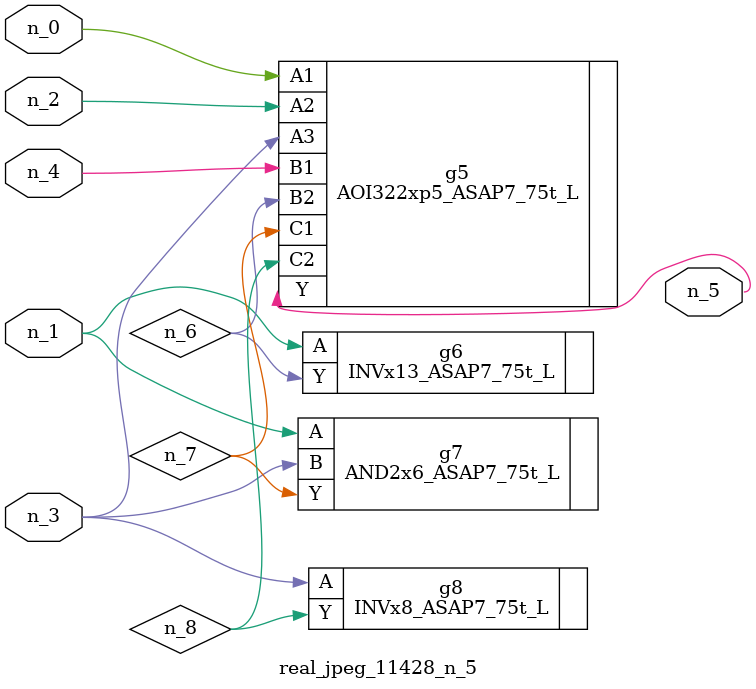
<source format=v>
module real_jpeg_11428_n_5 (n_4, n_0, n_1, n_2, n_3, n_5);

input n_4;
input n_0;
input n_1;
input n_2;
input n_3;

output n_5;

wire n_8;
wire n_6;
wire n_7;

AOI322xp5_ASAP7_75t_L g5 ( 
.A1(n_0),
.A2(n_2),
.A3(n_3),
.B1(n_4),
.B2(n_6),
.C1(n_7),
.C2(n_8),
.Y(n_5)
);

INVx13_ASAP7_75t_L g6 ( 
.A(n_1),
.Y(n_6)
);

AND2x6_ASAP7_75t_L g7 ( 
.A(n_1),
.B(n_3),
.Y(n_7)
);

INVx8_ASAP7_75t_L g8 ( 
.A(n_3),
.Y(n_8)
);


endmodule
</source>
